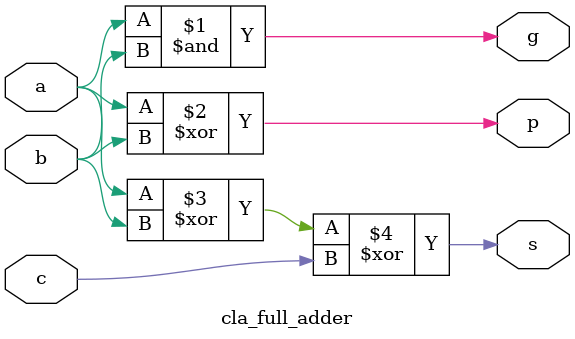
<source format=v>
module cla_full_adder(	// file.cleaned.mlir:2:3
  input  a,	// file.cleaned.mlir:2:32
         b,	// file.cleaned.mlir:2:44
         c,	// file.cleaned.mlir:2:56
  output g,	// file.cleaned.mlir:2:69
         p,	// file.cleaned.mlir:2:81
         s	// file.cleaned.mlir:2:93
);

  assign g = a & b;	// file.cleaned.mlir:3:10, :6:5
  assign p = a ^ b;	// file.cleaned.mlir:4:10, :6:5
  assign s = a ^ b ^ c;	// file.cleaned.mlir:5:10, :6:5
endmodule


</source>
